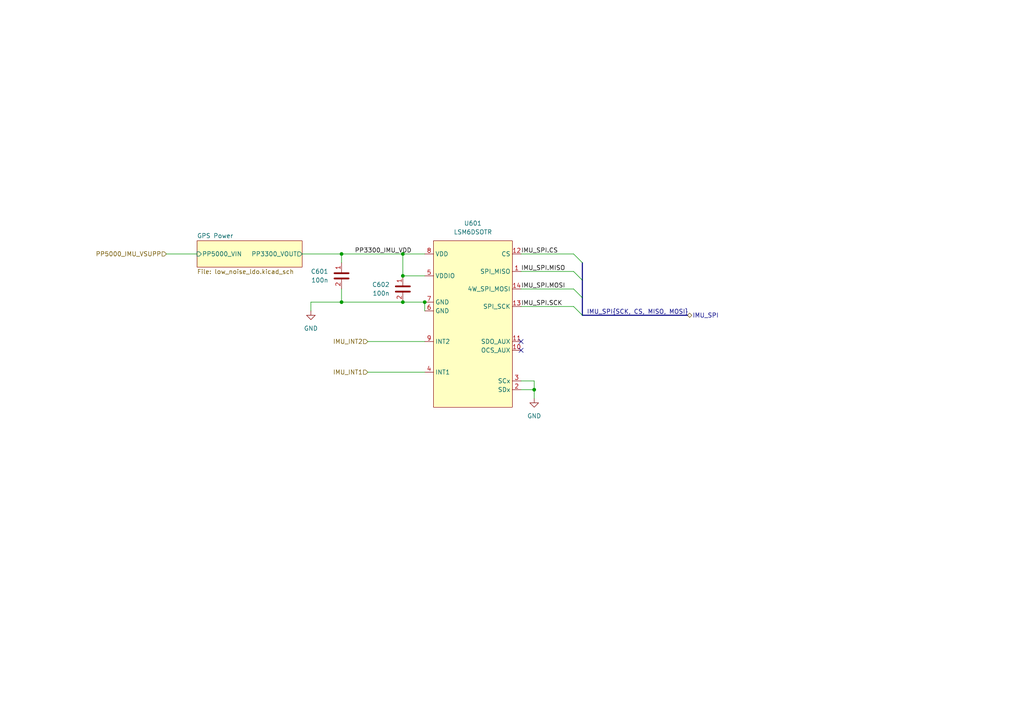
<source format=kicad_sch>
(kicad_sch (version 20250114) (generator "eeschema") (generator_version "9.0")
  (paper "A4")
  (lib_symbols
    (symbol "bfr_capacitors:CL05B104KO5NNNC"
      (property "Reference" "C" (at 0 2.54 0))
      (property "Value" "100n" (at 1.27 2.54 0))
      (symbol "CL05B104KO5NNNC_0_1"
        (polyline (pts (xy -2.032 0.762) (xy 2.032 0.762)) (stroke (width 0.508)))
        (polyline (pts (xy -2.032 -0.762) (xy 2.032 -0.762)) (stroke (width 0.508)))
      )
      (symbol "CL05B104KO5NNNC_1_1"
        (pin passive line (at 0 3.81 270) (length 2.794) (name "~") (number "1"))
        (pin passive line (at 0 -3.81 90) (length 2.794) (name "~") (number "2"))
      )
    )
    (symbol "bfr_utilities:LSM6DSO"
      (property "Reference" "U" (at 0 27.94 0))
      (property "Value" "LSM6DSOTR" (at 0 25.4 0))
      (symbol "LSM6DSO_0_0"
        (pin input line (at -13.97 20.32 0) (length 2.54) (name "VDD") (number "8"))
        (pin input line (at -13.97 13.97 0) (length 2.54) (name "VDDIO") (number "5"))
        (pin input line (at -13.97 6.35 0) (length 2.54) (name "GND\n") (number "7"))
        (pin input line (at -13.97 3.81 0) (length 2.54) (name "GND") (number "6"))
        (pin output line (at -13.97 -5.08 0) (length 2.54) (name "INT2") (number "9"))
        (pin output line (at -13.97 -13.97 0) (length 2.54) (name "INT1") (number "4"))
        (pin bidirectional line (at 13.97 -5.08 180) (length 2.54) (name "SDO_AUX") (number "11"))
        (pin bidirectional line (at 13.97 -7.62 180) (length 2.54) (name "OCS_AUX") (number "10"))
        (pin bidirectional line (at 13.97 -16.51 180) (length 2.54) (name "SCx") (number "3"))
        (pin bidirectional line (at 13.97 -19.05 180) (length 2.54) (name "SDx") (number "2"))
      )
      (symbol "LSM6DSO_1_0"
        (pin input line (at 13.97 20.32 180) (length 2.54) (name "CS") (number "12"))
        (pin bidirectional line (at 13.97 15.24 180) (length 2.54) (name "I2C_SA0") (number "1") (alternate "SPI_MISO" bidirectional line))
        (pin bidirectional line (at 13.97 10.16 180) (length 2.54) (name "I2C_SDA") (number "14") (alternate "4W_SPI_MOSI" bidirectional line))
        (pin bidirectional line (at 13.97 5.08 180) (length 2.54) (name "I2C_SCL") (number "13") (alternate "SPI_SCK" bidirectional line))
      )
      (symbol "LSM6DSO_1_1"
        (rectangle (start -11.43 24.13) (end 11.43 -24.13) (fill (type background)))
      )
    )
    (symbol "power:GND" (power) (pin_numbers (hide yes)) (pin_names (offset 0) (hide yes))
      (property "Value" "GND" (at 0 -3.81 0))
      (symbol "GND_0_1"
        (polyline (pts (xy 0 0) (xy 0 -1.27) (xy 1.27 -1.27) (xy 0 -2.54) (xy -1.27 -1.27) (xy 0 -1.27)))
      )
      (symbol "GND_1_1"
        (pin power_in line (at 0 0 270) (length 0) (name "~") (number "1"))
      )
    )
  )
  (junction (at 99.06 87.63))
  (junction (at 99.06 73.66))
  (junction (at 116.84 80.01))
  (junction (at 123.19 87.63))
  (junction (at 116.84 73.66))
  (junction (at 154.94 113.03))
  (junction (at 116.84 87.63))
  (no_connect (at 151.13 99.06))
  (no_connect (at 151.13 101.6))
  (bus_entry (at 166.37 83.82) (size 2.54 2.54))
  (bus_entry (at 166.37 78.74) (size 2.54 2.54))
  (bus_entry (at 166.37 73.66) (size 2.54 2.54))
  (bus_entry (at 166.37 88.9) (size 2.54 2.54))
  (wire (pts (xy 90.17 90.17) (xy 90.17 87.63)))
  (wire (pts (xy 99.06 73.66) (xy 99.06 76.2)))
  (wire (pts (xy 154.94 110.49) (xy 154.94 113.03)))
  (bus (pts (xy 168.91 91.44) (xy 199.39 91.44)))
  (bus (pts (xy 168.91 76.2) (xy 168.91 81.28)))
  (wire (pts (xy 154.94 113.03) (xy 151.13 113.03)))
  (bus (pts (xy 168.91 81.28) (xy 168.91 86.36)))
  (wire (pts (xy 116.84 73.66) (xy 123.19 73.66)))
  (wire (pts (xy 116.84 87.63) (xy 123.19 87.63)))
  (wire (pts (xy 99.06 73.66) (xy 116.84 73.66)))
  (wire (pts (xy 116.84 73.66) (xy 116.84 80.01)))
  (wire (pts (xy 99.06 87.63) (xy 116.84 87.63)))
  (wire (pts (xy 90.17 87.63) (xy 99.06 87.63)))
  (wire (pts (xy 151.13 88.9) (xy 166.37 88.9)))
  (wire (pts (xy 154.94 110.49) (xy 151.13 110.49)))
  (wire (pts (xy 99.06 83.82) (xy 99.06 87.63)))
  (wire (pts (xy 151.13 78.74) (xy 166.37 78.74)))
  (wire (pts (xy 154.94 115.57) (xy 154.94 113.03)))
  (bus (pts (xy 168.91 91.44) (xy 168.91 86.36)))
  (wire (pts (xy 123.19 90.17) (xy 123.19 87.63)))
  (wire (pts (xy 106.68 107.95) (xy 123.19 107.95)))
  (wire (pts (xy 151.13 83.82) (xy 166.37 83.82)))
  (wire (pts (xy 48.26 73.66) (xy 57.15 73.66)))
  (wire (pts (xy 151.13 73.66) (xy 166.37 73.66)))
  (wire (pts (xy 106.68 99.06) (xy 123.19 99.06)))
  (wire (pts (xy 116.84 80.01) (xy 123.19 80.01)))
  (wire (pts (xy 87.63 73.66) (xy 99.06 73.66)))
  (label "IMU_SPI.SCK" (at 151.13 88.9 0))
  (label "PP3300_IMU_VDD" (at 102.87 73.66 0))
  (label "IMU_SPI.MISO" (at 151.13 78.74 0))
  (label "IMU_SPI.MOSI" (at 151.13 83.82 0))
  (label "IMU_SPI.CS" (at 151.13 73.66 0))
  (label "IMU_SPI{SCK, CS, MISO, MOSI}" (at 170.18 91.44 0))
  (hierarchical_label "PP5000_IMU_VSUPP" (shape input) (at 48.26 73.66 180))
  (hierarchical_label "IMU_INT1" (shape input) (at 106.68 107.95 180))
  (hierarchical_label "IMU_SPI" (shape bidirectional) (at 199.39 91.44 0))
  (hierarchical_label "IMU_INT2" (shape input) (at 106.68 99.06 180))
  (symbol (lib_id "bfr_capacitors:CL05B104KO5NNNC") (at 116.84 83.82 0) (mirror y) (unit 1)
    (property "Reference" "C602" (at 113.03 82.5499 0) (effects (justify left)))
    (property "Value" "100n" (at 113.03 85.0899 0) (effects (justify left)))
    (property "Footprint" "Capacitor_SMD:C_0402_1005Metric_Pad0.74x0.62mm_HandSolder" (effects (hide yes)))
    (property "Description" "100nF±10% X7R 16V JLCPCB Basic 0402 Capacitor" (effects (hide yes)))
    (property "Sim.Device" "SUBCKT" (effects (hide yes)))
    (property "Sim.Pins" "1=P1 2=P2" (effects (hide yes)))
    (property "Sim.Library" "${BFRUH_DIR}/Electronics/spice_models/bfr_capacitors/CL05B104KO5NNNC.lib" (effects (hide yes)))
    (property "Sim.Name" "CL05B104KO5NNNC" (effects (hide yes)))
    (property "Pretty Name" "100nF X7R 16V 0402 Capacitor" (effects (hide yes)))
    (property "Order From" "LCSC" (effects (hide yes)))
    (property "LCSC P/N" "C1525" (effects (hide yes)))
    (property "JLCPCB Basic Part" "Yes" (effects (hide yes)))
    (property "Created by" "capacitor_generator.py script using jlcbasic_additional_capacitor_spec.txt" (effects (hide yes)))
  )
  (symbol (lib_id "bfr_capacitors:CL05B104KO5NNNC") (at 99.06 80.01 0) (mirror y) (unit 1)
    (property "Reference" "C601" (at 95.25 78.7399 0) (effects (justify left)))
    (property "Value" "100n" (at 95.25 81.2799 0) (effects (justify left)))
    (property "Footprint" "Capacitor_SMD:C_0402_1005Metric_Pad0.74x0.62mm_HandSolder" (effects (hide yes)))
    (property "Description" "100nF±10% X7R 16V JLCPCB Basic 0402 Capacitor" (effects (hide yes)))
    (property "Sim.Device" "SUBCKT" (effects (hide yes)))
    (property "Sim.Pins" "1=P1 2=P2" (effects (hide yes)))
    (property "Sim.Library" "${BFRUH_DIR}/Electronics/spice_models/bfr_capacitors/CL05B104KO5NNNC.lib" (effects (hide yes)))
    (property "Sim.Name" "CL05B104KO5NNNC" (effects (hide yes)))
    (property "Pretty Name" "100nF X7R 16V 0402 Capacitor" (effects (hide yes)))
    (property "Order From" "LCSC" (effects (hide yes)))
    (property "LCSC P/N" "C1525" (effects (hide yes)))
    (property "JLCPCB Basic Part" "Yes" (effects (hide yes)))
    (property "Created by" "capacitor_generator.py script using jlcbasic_additional_capacitor_spec.txt" (effects (hide yes)))
  )
  (symbol (lib_id "power:GND") (at 154.94 115.57 0) (unit 1)
    (property "Reference" "#PWR0602" (effects (hide yes)))
    (property "Value" "GND" (at 154.94 120.65 0))
    (property "Description" "Power symbol creates a global label with name \"GND\" , ground" (effects (hide yes)))
  )
  (symbol (lib_id "power:GND") (at 90.17 90.17 0) (unit 1)
    (property "Reference" "#PWR0601" (effects (hide yes)))
    (property "Value" "GND" (at 90.17 95.25 0))
    (property "Description" "Power symbol creates a global label with name \"GND\" , ground" (effects (hide yes)))
  )
  (symbol (lib_id "bfr_utilities:LSM6DSO") (at 137.16 93.98 0) (unit 1)
    (property "Reference" "U601" (at 137.16 64.77 0))
    (property "Value" "LSM6DSOTR" (at 137.16 67.31 0))
    (property "Footprint" "Package_LGA:LGA-14_3x2.5mm_P0.5mm_LayoutBorder3x4y" (effects (hide yes)))
    (property "Datasheet" "https://www.st.com/resource/en/datasheet/lsm6dso.pdf" (effects (hide yes)))
    (property "Description" "6DOF IMU, +-2/4/6/8/16G FSR, 1.71-3.6Vcc, SPI/I2C" (effects (hide yes)))
    (property "Manufacturer P/N" "LSM6DSOTR" (effects (hide yes)))
    (property "Manufacturer" "STMicroelectronics" (effects (hide yes)))
    (property "Digikey P/N" "497-18181-2-ND" (effects (hide yes)))
    (property "Mouser P/N" "511-LSM6DSOTR" (effects (hide yes)))
    (property "LCSC P/N" "C481766" (effects (hide yes)))
    (property "JLC Basic Part" "No" (effects (hide yes)))
    (property "Order From" "JLC" (effects (hide yes)))
    (property "Created By" "Manual Entry" (effects (hide yes)))
    (pin "1" (alternate "SPI_MISO"))
    (pin "13" (alternate "SPI_SCK"))
    (pin "14" (alternate "4W_SPI_MOSI"))
  )
  (sheet (at 57.15 69.85) (size 30.48 7.62) (stroke (width 0.1524) (color 132 0 0 1)) (fill (color 255 255 194 1.0000))
    (property "Sheetname" "GPS Power" (at 57.15 69.1384 0) (effects (justify left bottom)))
    (property "Sheetfile" "low_noise_ldo.kicad_sch" (at 57.15 78.0546 0) (effects (justify left top)))
    (pin "PP3300_VOUT" output (at 87.63 73.66 0))
    (pin "PP5000_VIN" input (at 57.15 73.66 180))
  )
)
</source>
